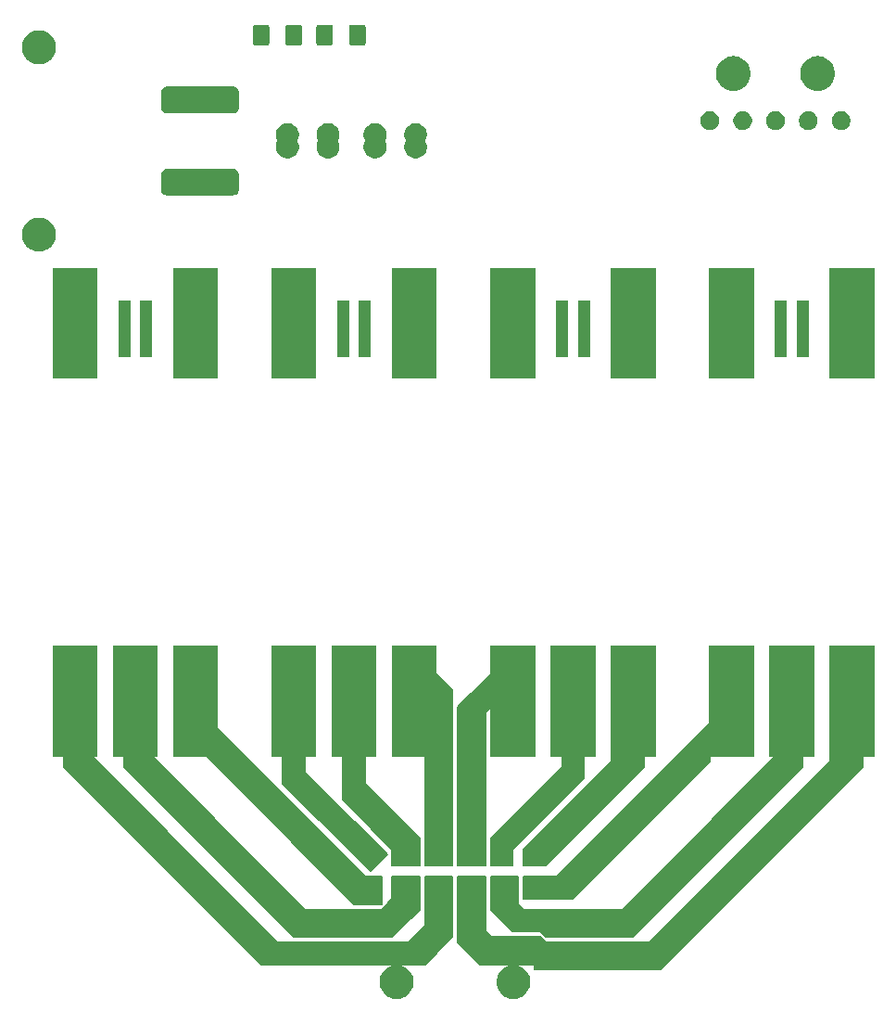
<source format=gts>
G04 #@! TF.GenerationSoftware,KiCad,Pcbnew,(5.0.2)-1*
G04 #@! TF.CreationDate,2022-03-17T12:51:48+05:30*
G04 #@! TF.ProjectId,4ESC_board,34455343-5f62-46f6-9172-642e6b696361,rev?*
G04 #@! TF.SameCoordinates,Original*
G04 #@! TF.FileFunction,Soldermask,Top*
G04 #@! TF.FilePolarity,Negative*
%FSLAX46Y46*%
G04 Gerber Fmt 4.6, Leading zero omitted, Abs format (unit mm)*
G04 Created by KiCad (PCBNEW (5.0.2)-1) date 03/17/22 12:51:48*
%MOMM*%
%LPD*%
G01*
G04 APERTURE LIST*
%ADD10C,0.150000*%
%ADD11C,0.100000*%
G04 APERTURE END LIST*
D10*
G36*
X84500000Y-102000000D02*
X101500000Y-119000000D01*
X113500000Y-119000000D01*
X115000000Y-117500000D01*
X115000000Y-113000000D01*
X117500000Y-113000000D01*
X117500000Y-118500000D01*
X115000000Y-121000000D01*
X100000000Y-121000000D01*
X82000000Y-103000000D01*
X82000000Y-102000000D01*
X84500000Y-102000000D01*
G37*
X84500000Y-102000000D02*
X101500000Y-119000000D01*
X113500000Y-119000000D01*
X115000000Y-117500000D01*
X115000000Y-113000000D01*
X117500000Y-113000000D01*
X117500000Y-118500000D01*
X115000000Y-121000000D01*
X100000000Y-121000000D01*
X82000000Y-103000000D01*
X82000000Y-102000000D01*
X84500000Y-102000000D01*
G36*
X90000000Y-102000000D02*
X104000000Y-116000000D01*
X111000000Y-116000000D01*
X112000000Y-115000000D01*
X112000000Y-113000000D01*
X114500000Y-113000000D01*
X114500000Y-116000000D01*
X112500000Y-118000000D01*
X112000000Y-118500000D01*
X103000000Y-118500000D01*
X87500000Y-103000000D01*
X87500000Y-102000000D01*
X90000000Y-102000000D01*
G37*
X90000000Y-102000000D02*
X104000000Y-116000000D01*
X111000000Y-116000000D01*
X112000000Y-115000000D01*
X112000000Y-113000000D01*
X114500000Y-113000000D01*
X114500000Y-116000000D01*
X112500000Y-118000000D01*
X112000000Y-118500000D01*
X103000000Y-118500000D01*
X87500000Y-103000000D01*
X87500000Y-102000000D01*
X90000000Y-102000000D01*
G36*
X96000000Y-99500000D02*
X109500000Y-113000000D01*
X111000000Y-113000000D01*
X111000000Y-115000000D01*
X111000000Y-115500000D01*
X108500000Y-115500000D01*
X95000000Y-102000000D01*
X96000000Y-99500000D01*
G37*
X96000000Y-99500000D02*
X109500000Y-113000000D01*
X111000000Y-113000000D01*
X111000000Y-115000000D01*
X111000000Y-115500000D01*
X108500000Y-115500000D01*
X95000000Y-102000000D01*
X96000000Y-99500000D01*
G36*
X104000000Y-102000000D02*
X104000000Y-103500000D01*
X111500000Y-111000000D01*
X110000000Y-112500000D01*
X102000000Y-104500000D01*
X102000000Y-102000000D01*
X104000000Y-102000000D01*
G37*
X104000000Y-102000000D02*
X104000000Y-103500000D01*
X111500000Y-111000000D01*
X110000000Y-112500000D01*
X102000000Y-104500000D01*
X102000000Y-102000000D01*
X104000000Y-102000000D01*
G36*
X109500000Y-101500000D02*
X109500000Y-104500000D01*
X114500000Y-109500000D01*
X114500000Y-112000000D01*
X112000000Y-112000000D01*
X112000000Y-110500000D01*
X107500000Y-106000000D01*
X107500000Y-101500000D01*
X109500000Y-101500000D01*
G37*
X109500000Y-101500000D02*
X109500000Y-104500000D01*
X114500000Y-109500000D01*
X114500000Y-112000000D01*
X112000000Y-112000000D01*
X112000000Y-110500000D01*
X107500000Y-106000000D01*
X107500000Y-101500000D01*
X109500000Y-101500000D01*
G36*
X116000000Y-94500000D02*
X117500000Y-96000000D01*
X117500000Y-112000000D01*
X115000000Y-112000000D01*
X115000000Y-102000000D01*
X115000000Y-94500000D01*
X116000000Y-94500000D01*
G37*
X116000000Y-94500000D02*
X117500000Y-96000000D01*
X117500000Y-112000000D01*
X115000000Y-112000000D01*
X115000000Y-102000000D01*
X115000000Y-94500000D01*
X116000000Y-94500000D01*
G36*
X121000000Y-97500000D02*
X120500000Y-98000000D01*
X120500000Y-112000000D01*
X118000000Y-112000000D01*
X118000000Y-97500000D01*
X121000000Y-94500000D01*
X121000000Y-97500000D01*
G37*
X121000000Y-97500000D02*
X120500000Y-98000000D01*
X120500000Y-112000000D01*
X118000000Y-112000000D01*
X118000000Y-97500000D01*
X121000000Y-94500000D01*
X121000000Y-97500000D01*
G36*
X129500000Y-102000000D02*
X129500000Y-104000000D01*
X123000000Y-110500000D01*
X123000000Y-112000000D01*
X121000000Y-112000000D01*
X121000000Y-109500000D01*
X127500000Y-103000000D01*
X127500000Y-102000000D01*
X129500000Y-102000000D01*
G37*
X129500000Y-102000000D02*
X129500000Y-104000000D01*
X123000000Y-110500000D01*
X123000000Y-112000000D01*
X121000000Y-112000000D01*
X121000000Y-109500000D01*
X127500000Y-103000000D01*
X127500000Y-102000000D01*
X129500000Y-102000000D01*
G36*
X135000000Y-102000000D02*
X135000000Y-103000000D01*
X126000000Y-112000000D01*
X124000000Y-112000000D01*
X124000000Y-110500000D01*
X132000000Y-102500000D01*
X132000000Y-102000000D01*
X135000000Y-102000000D01*
G37*
X135000000Y-102000000D02*
X135000000Y-103000000D01*
X126000000Y-112000000D01*
X124000000Y-112000000D01*
X124000000Y-110500000D01*
X132000000Y-102500000D01*
X132000000Y-102000000D01*
X135000000Y-102000000D01*
G36*
X141000000Y-102500000D02*
X128500000Y-115000000D01*
X124000000Y-115000000D01*
X124000000Y-113000000D01*
X127000000Y-113000000D01*
X141000000Y-99000000D01*
X141000000Y-102500000D01*
G37*
X141000000Y-102500000D02*
X128500000Y-115000000D01*
X124000000Y-115000000D01*
X124000000Y-113000000D01*
X127000000Y-113000000D01*
X141000000Y-99000000D01*
X141000000Y-102500000D01*
G36*
X149500000Y-101500000D02*
X149500000Y-102500000D01*
X149500000Y-103000000D01*
X134000000Y-118500000D01*
X126000000Y-118500000D01*
X125500000Y-118000000D01*
X123000000Y-118000000D01*
X121000000Y-116000000D01*
X121000000Y-113000000D01*
X123500000Y-113000000D01*
X123500000Y-115500000D01*
X124000000Y-116000000D01*
X133000000Y-116000000D01*
X147000000Y-102000000D01*
X147000000Y-101500000D01*
X149500000Y-101500000D01*
G37*
X149500000Y-101500000D02*
X149500000Y-102500000D01*
X149500000Y-103000000D01*
X134000000Y-118500000D01*
X126000000Y-118500000D01*
X125500000Y-118000000D01*
X123000000Y-118000000D01*
X121000000Y-116000000D01*
X121000000Y-113000000D01*
X123500000Y-113000000D01*
X123500000Y-115500000D01*
X124000000Y-116000000D01*
X133000000Y-116000000D01*
X147000000Y-102000000D01*
X147000000Y-101500000D01*
X149500000Y-101500000D01*
G36*
X155000000Y-101500000D02*
X155000000Y-103000000D01*
X136500000Y-121500000D01*
X125000000Y-121500000D01*
X125000000Y-121000000D01*
X120000000Y-121000000D01*
X118000000Y-119000000D01*
X118000000Y-113000000D01*
X120500000Y-113000000D01*
X120500000Y-118000000D01*
X121000000Y-118500000D01*
X125500000Y-118500000D01*
X126000000Y-119000000D01*
X135500000Y-119000000D01*
X152000000Y-102500000D01*
X152000000Y-100500000D01*
X155000000Y-100500000D01*
X155000000Y-101500000D01*
G37*
X155000000Y-101500000D02*
X155000000Y-103000000D01*
X136500000Y-121500000D01*
X125000000Y-121500000D01*
X125000000Y-121000000D01*
X120000000Y-121000000D01*
X118000000Y-119000000D01*
X118000000Y-113000000D01*
X120500000Y-113000000D01*
X120500000Y-118000000D01*
X121000000Y-118500000D01*
X125500000Y-118500000D01*
X126000000Y-119000000D01*
X135500000Y-119000000D01*
X152000000Y-102500000D01*
X152000000Y-100500000D01*
X155000000Y-100500000D01*
X155000000Y-101500000D01*
D11*
G36*
X123414527Y-121115536D02*
X123514410Y-121135404D01*
X123796674Y-121252321D01*
X124050705Y-121422059D01*
X124266741Y-121638095D01*
X124436479Y-121892126D01*
X124553396Y-122174390D01*
X124613000Y-122474040D01*
X124613000Y-122779560D01*
X124553396Y-123079210D01*
X124436479Y-123361474D01*
X124266741Y-123615505D01*
X124050705Y-123831541D01*
X123796674Y-124001279D01*
X123514410Y-124118196D01*
X123414527Y-124138064D01*
X123214762Y-124177800D01*
X122909238Y-124177800D01*
X122709473Y-124138064D01*
X122609590Y-124118196D01*
X122327326Y-124001279D01*
X122073295Y-123831541D01*
X121857259Y-123615505D01*
X121687521Y-123361474D01*
X121570604Y-123079210D01*
X121511000Y-122779560D01*
X121511000Y-122474040D01*
X121570604Y-122174390D01*
X121687521Y-121892126D01*
X121857259Y-121638095D01*
X122073295Y-121422059D01*
X122327326Y-121252321D01*
X122609590Y-121135404D01*
X122709473Y-121115536D01*
X122909238Y-121075800D01*
X123214762Y-121075800D01*
X123414527Y-121115536D01*
X123414527Y-121115536D01*
G37*
G36*
X112734527Y-121115536D02*
X112834410Y-121135404D01*
X113116674Y-121252321D01*
X113370705Y-121422059D01*
X113586741Y-121638095D01*
X113756479Y-121892126D01*
X113873396Y-122174390D01*
X113933000Y-122474040D01*
X113933000Y-122779560D01*
X113873396Y-123079210D01*
X113756479Y-123361474D01*
X113586741Y-123615505D01*
X113370705Y-123831541D01*
X113116674Y-124001279D01*
X112834410Y-124118196D01*
X112734527Y-124138064D01*
X112534762Y-124177800D01*
X112229238Y-124177800D01*
X112029473Y-124138064D01*
X111929590Y-124118196D01*
X111647326Y-124001279D01*
X111393295Y-123831541D01*
X111177259Y-123615505D01*
X111007521Y-123361474D01*
X110890604Y-123079210D01*
X110831000Y-122779560D01*
X110831000Y-122474040D01*
X110890604Y-122174390D01*
X111007521Y-121892126D01*
X111177259Y-121638095D01*
X111393295Y-121422059D01*
X111647326Y-121252321D01*
X111929590Y-121135404D01*
X112029473Y-121115536D01*
X112229238Y-121075800D01*
X112534762Y-121075800D01*
X112734527Y-121115536D01*
X112734527Y-121115536D01*
G37*
G36*
X110460016Y-113312158D02*
X110460019Y-113312159D01*
X110460018Y-113312159D01*
X110608521Y-113373670D01*
X110742170Y-113462972D01*
X110855828Y-113576630D01*
X110945130Y-113710279D01*
X110996087Y-113833303D01*
X111006642Y-113858784D01*
X111038000Y-114016430D01*
X111038000Y-114177170D01*
X111006642Y-114334816D01*
X111006641Y-114334818D01*
X110945130Y-114483321D01*
X110855828Y-114616970D01*
X110742170Y-114730628D01*
X110608521Y-114819930D01*
X110485497Y-114870887D01*
X110460016Y-114881442D01*
X110302370Y-114912800D01*
X110141630Y-114912800D01*
X109983984Y-114881442D01*
X109958503Y-114870887D01*
X109835479Y-114819930D01*
X109701830Y-114730628D01*
X109588172Y-114616970D01*
X109498870Y-114483321D01*
X109437359Y-114334818D01*
X109437358Y-114334816D01*
X109406000Y-114177170D01*
X109406000Y-114016430D01*
X109437358Y-113858784D01*
X109447913Y-113833303D01*
X109498870Y-113710279D01*
X109588172Y-113576630D01*
X109701830Y-113462972D01*
X109835479Y-113373670D01*
X109983982Y-113312159D01*
X109983981Y-113312159D01*
X109983984Y-113312158D01*
X110141630Y-113280800D01*
X110302370Y-113280800D01*
X110460016Y-113312158D01*
X110460016Y-113312158D01*
G37*
G36*
X113460016Y-113312158D02*
X113460019Y-113312159D01*
X113460018Y-113312159D01*
X113608521Y-113373670D01*
X113742170Y-113462972D01*
X113855828Y-113576630D01*
X113945130Y-113710279D01*
X113996087Y-113833303D01*
X114006642Y-113858784D01*
X114038000Y-114016430D01*
X114038000Y-114177170D01*
X114006642Y-114334816D01*
X114006641Y-114334818D01*
X113945130Y-114483321D01*
X113855828Y-114616970D01*
X113742170Y-114730628D01*
X113608521Y-114819930D01*
X113485497Y-114870887D01*
X113460016Y-114881442D01*
X113302370Y-114912800D01*
X113141630Y-114912800D01*
X112983984Y-114881442D01*
X112958503Y-114870887D01*
X112835479Y-114819930D01*
X112701830Y-114730628D01*
X112588172Y-114616970D01*
X112498870Y-114483321D01*
X112437359Y-114334818D01*
X112437358Y-114334816D01*
X112406000Y-114177170D01*
X112406000Y-114016430D01*
X112437358Y-113858784D01*
X112447913Y-113833303D01*
X112498870Y-113710279D01*
X112588172Y-113576630D01*
X112701830Y-113462972D01*
X112835479Y-113373670D01*
X112983982Y-113312159D01*
X112983981Y-113312159D01*
X112983984Y-113312158D01*
X113141630Y-113280800D01*
X113302370Y-113280800D01*
X113460016Y-113312158D01*
X113460016Y-113312158D01*
G37*
G36*
X119460016Y-113312158D02*
X119460019Y-113312159D01*
X119460018Y-113312159D01*
X119608521Y-113373670D01*
X119742170Y-113462972D01*
X119855828Y-113576630D01*
X119945130Y-113710279D01*
X119996087Y-113833303D01*
X120006642Y-113858784D01*
X120038000Y-114016430D01*
X120038000Y-114177170D01*
X120006642Y-114334816D01*
X120006641Y-114334818D01*
X119945130Y-114483321D01*
X119855828Y-114616970D01*
X119742170Y-114730628D01*
X119608521Y-114819930D01*
X119485497Y-114870887D01*
X119460016Y-114881442D01*
X119302370Y-114912800D01*
X119141630Y-114912800D01*
X118983984Y-114881442D01*
X118958503Y-114870887D01*
X118835479Y-114819930D01*
X118701830Y-114730628D01*
X118588172Y-114616970D01*
X118498870Y-114483321D01*
X118437359Y-114334818D01*
X118437358Y-114334816D01*
X118406000Y-114177170D01*
X118406000Y-114016430D01*
X118437358Y-113858784D01*
X118447913Y-113833303D01*
X118498870Y-113710279D01*
X118588172Y-113576630D01*
X118701830Y-113462972D01*
X118835479Y-113373670D01*
X118983982Y-113312159D01*
X118983981Y-113312159D01*
X118983984Y-113312158D01*
X119141630Y-113280800D01*
X119302370Y-113280800D01*
X119460016Y-113312158D01*
X119460016Y-113312158D01*
G37*
G36*
X122460016Y-113312158D02*
X122460019Y-113312159D01*
X122460018Y-113312159D01*
X122608521Y-113373670D01*
X122742170Y-113462972D01*
X122855828Y-113576630D01*
X122945130Y-113710279D01*
X122996087Y-113833303D01*
X123006642Y-113858784D01*
X123038000Y-114016430D01*
X123038000Y-114177170D01*
X123006642Y-114334816D01*
X123006641Y-114334818D01*
X122945130Y-114483321D01*
X122855828Y-114616970D01*
X122742170Y-114730628D01*
X122608521Y-114819930D01*
X122485497Y-114870887D01*
X122460016Y-114881442D01*
X122302370Y-114912800D01*
X122141630Y-114912800D01*
X121983984Y-114881442D01*
X121958503Y-114870887D01*
X121835479Y-114819930D01*
X121701830Y-114730628D01*
X121588172Y-114616970D01*
X121498870Y-114483321D01*
X121437359Y-114334818D01*
X121437358Y-114334816D01*
X121406000Y-114177170D01*
X121406000Y-114016430D01*
X121437358Y-113858784D01*
X121447913Y-113833303D01*
X121498870Y-113710279D01*
X121588172Y-113576630D01*
X121701830Y-113462972D01*
X121835479Y-113373670D01*
X121983982Y-113312159D01*
X121983981Y-113312159D01*
X121983984Y-113312158D01*
X122141630Y-113280800D01*
X122302370Y-113280800D01*
X122460016Y-113312158D01*
X122460016Y-113312158D01*
G37*
G36*
X125460016Y-113312158D02*
X125460019Y-113312159D01*
X125460018Y-113312159D01*
X125608521Y-113373670D01*
X125742170Y-113462972D01*
X125855828Y-113576630D01*
X125945130Y-113710279D01*
X125996087Y-113833303D01*
X126006642Y-113858784D01*
X126038000Y-114016430D01*
X126038000Y-114177170D01*
X126006642Y-114334816D01*
X126006641Y-114334818D01*
X125945130Y-114483321D01*
X125855828Y-114616970D01*
X125742170Y-114730628D01*
X125608521Y-114819930D01*
X125485497Y-114870887D01*
X125460016Y-114881442D01*
X125302370Y-114912800D01*
X125141630Y-114912800D01*
X124983984Y-114881442D01*
X124958503Y-114870887D01*
X124835479Y-114819930D01*
X124701830Y-114730628D01*
X124588172Y-114616970D01*
X124498870Y-114483321D01*
X124437359Y-114334818D01*
X124437358Y-114334816D01*
X124406000Y-114177170D01*
X124406000Y-114016430D01*
X124437358Y-113858784D01*
X124447913Y-113833303D01*
X124498870Y-113710279D01*
X124588172Y-113576630D01*
X124701830Y-113462972D01*
X124835479Y-113373670D01*
X124983982Y-113312159D01*
X124983981Y-113312159D01*
X124983984Y-113312158D01*
X125141630Y-113280800D01*
X125302370Y-113280800D01*
X125460016Y-113312158D01*
X125460016Y-113312158D01*
G37*
G36*
X116460016Y-113312158D02*
X116460019Y-113312159D01*
X116460018Y-113312159D01*
X116608521Y-113373670D01*
X116742170Y-113462972D01*
X116855828Y-113576630D01*
X116945130Y-113710279D01*
X116996087Y-113833303D01*
X117006642Y-113858784D01*
X117038000Y-114016430D01*
X117038000Y-114177170D01*
X117006642Y-114334816D01*
X117006641Y-114334818D01*
X116945130Y-114483321D01*
X116855828Y-114616970D01*
X116742170Y-114730628D01*
X116608521Y-114819930D01*
X116485497Y-114870887D01*
X116460016Y-114881442D01*
X116302370Y-114912800D01*
X116141630Y-114912800D01*
X115983984Y-114881442D01*
X115958503Y-114870887D01*
X115835479Y-114819930D01*
X115701830Y-114730628D01*
X115588172Y-114616970D01*
X115498870Y-114483321D01*
X115437359Y-114334818D01*
X115437358Y-114334816D01*
X115406000Y-114177170D01*
X115406000Y-114016430D01*
X115437358Y-113858784D01*
X115447913Y-113833303D01*
X115498870Y-113710279D01*
X115588172Y-113576630D01*
X115701830Y-113462972D01*
X115835479Y-113373670D01*
X115983982Y-113312159D01*
X115983981Y-113312159D01*
X115983984Y-113312158D01*
X116141630Y-113280800D01*
X116302370Y-113280800D01*
X116460016Y-113312158D01*
X116460016Y-113312158D01*
G37*
G36*
X116460016Y-110312158D02*
X116460019Y-110312159D01*
X116460018Y-110312159D01*
X116608521Y-110373670D01*
X116742170Y-110462972D01*
X116855828Y-110576630D01*
X116945130Y-110710279D01*
X116996087Y-110833303D01*
X117006642Y-110858784D01*
X117038000Y-111016430D01*
X117038000Y-111177170D01*
X117006642Y-111334816D01*
X117006641Y-111334818D01*
X116945130Y-111483321D01*
X116855828Y-111616970D01*
X116742170Y-111730628D01*
X116608521Y-111819930D01*
X116485497Y-111870887D01*
X116460016Y-111881442D01*
X116302370Y-111912800D01*
X116141630Y-111912800D01*
X115983984Y-111881442D01*
X115958503Y-111870887D01*
X115835479Y-111819930D01*
X115701830Y-111730628D01*
X115588172Y-111616970D01*
X115498870Y-111483321D01*
X115437359Y-111334818D01*
X115437358Y-111334816D01*
X115406000Y-111177170D01*
X115406000Y-111016430D01*
X115437358Y-110858784D01*
X115447913Y-110833303D01*
X115498870Y-110710279D01*
X115588172Y-110576630D01*
X115701830Y-110462972D01*
X115835479Y-110373670D01*
X115983982Y-110312159D01*
X115983981Y-110312159D01*
X115983984Y-110312158D01*
X116141630Y-110280800D01*
X116302370Y-110280800D01*
X116460016Y-110312158D01*
X116460016Y-110312158D01*
G37*
G36*
X110460016Y-110312158D02*
X110460019Y-110312159D01*
X110460018Y-110312159D01*
X110608521Y-110373670D01*
X110742170Y-110462972D01*
X110855828Y-110576630D01*
X110945130Y-110710279D01*
X110996087Y-110833303D01*
X111006642Y-110858784D01*
X111038000Y-111016430D01*
X111038000Y-111177170D01*
X111006642Y-111334816D01*
X111006641Y-111334818D01*
X110945130Y-111483321D01*
X110855828Y-111616970D01*
X110742170Y-111730628D01*
X110608521Y-111819930D01*
X110485497Y-111870887D01*
X110460016Y-111881442D01*
X110302370Y-111912800D01*
X110141630Y-111912800D01*
X109983984Y-111881442D01*
X109958503Y-111870887D01*
X109835479Y-111819930D01*
X109701830Y-111730628D01*
X109588172Y-111616970D01*
X109498870Y-111483321D01*
X109437359Y-111334818D01*
X109437358Y-111334816D01*
X109406000Y-111177170D01*
X109406000Y-111016430D01*
X109437358Y-110858784D01*
X109447913Y-110833303D01*
X109498870Y-110710279D01*
X109588172Y-110576630D01*
X109701830Y-110462972D01*
X109835479Y-110373670D01*
X109983982Y-110312159D01*
X109983981Y-110312159D01*
X109983984Y-110312158D01*
X110141630Y-110280800D01*
X110302370Y-110280800D01*
X110460016Y-110312158D01*
X110460016Y-110312158D01*
G37*
G36*
X113460016Y-110312158D02*
X113460019Y-110312159D01*
X113460018Y-110312159D01*
X113608521Y-110373670D01*
X113742170Y-110462972D01*
X113855828Y-110576630D01*
X113945130Y-110710279D01*
X113996087Y-110833303D01*
X114006642Y-110858784D01*
X114038000Y-111016430D01*
X114038000Y-111177170D01*
X114006642Y-111334816D01*
X114006641Y-111334818D01*
X113945130Y-111483321D01*
X113855828Y-111616970D01*
X113742170Y-111730628D01*
X113608521Y-111819930D01*
X113485497Y-111870887D01*
X113460016Y-111881442D01*
X113302370Y-111912800D01*
X113141630Y-111912800D01*
X112983984Y-111881442D01*
X112958503Y-111870887D01*
X112835479Y-111819930D01*
X112701830Y-111730628D01*
X112588172Y-111616970D01*
X112498870Y-111483321D01*
X112437359Y-111334818D01*
X112437358Y-111334816D01*
X112406000Y-111177170D01*
X112406000Y-111016430D01*
X112437358Y-110858784D01*
X112447913Y-110833303D01*
X112498870Y-110710279D01*
X112588172Y-110576630D01*
X112701830Y-110462972D01*
X112835479Y-110373670D01*
X112983982Y-110312159D01*
X112983981Y-110312159D01*
X112983984Y-110312158D01*
X113141630Y-110280800D01*
X113302370Y-110280800D01*
X113460016Y-110312158D01*
X113460016Y-110312158D01*
G37*
G36*
X125460016Y-110312158D02*
X125460019Y-110312159D01*
X125460018Y-110312159D01*
X125608521Y-110373670D01*
X125742170Y-110462972D01*
X125855828Y-110576630D01*
X125945130Y-110710279D01*
X125996087Y-110833303D01*
X126006642Y-110858784D01*
X126038000Y-111016430D01*
X126038000Y-111177170D01*
X126006642Y-111334816D01*
X126006641Y-111334818D01*
X125945130Y-111483321D01*
X125855828Y-111616970D01*
X125742170Y-111730628D01*
X125608521Y-111819930D01*
X125485497Y-111870887D01*
X125460016Y-111881442D01*
X125302370Y-111912800D01*
X125141630Y-111912800D01*
X124983984Y-111881442D01*
X124958503Y-111870887D01*
X124835479Y-111819930D01*
X124701830Y-111730628D01*
X124588172Y-111616970D01*
X124498870Y-111483321D01*
X124437359Y-111334818D01*
X124437358Y-111334816D01*
X124406000Y-111177170D01*
X124406000Y-111016430D01*
X124437358Y-110858784D01*
X124447913Y-110833303D01*
X124498870Y-110710279D01*
X124588172Y-110576630D01*
X124701830Y-110462972D01*
X124835479Y-110373670D01*
X124983982Y-110312159D01*
X124983981Y-110312159D01*
X124983984Y-110312158D01*
X125141630Y-110280800D01*
X125302370Y-110280800D01*
X125460016Y-110312158D01*
X125460016Y-110312158D01*
G37*
G36*
X122460016Y-110312158D02*
X122460019Y-110312159D01*
X122460018Y-110312159D01*
X122608521Y-110373670D01*
X122742170Y-110462972D01*
X122855828Y-110576630D01*
X122945130Y-110710279D01*
X122996087Y-110833303D01*
X123006642Y-110858784D01*
X123038000Y-111016430D01*
X123038000Y-111177170D01*
X123006642Y-111334816D01*
X123006641Y-111334818D01*
X122945130Y-111483321D01*
X122855828Y-111616970D01*
X122742170Y-111730628D01*
X122608521Y-111819930D01*
X122485497Y-111870887D01*
X122460016Y-111881442D01*
X122302370Y-111912800D01*
X122141630Y-111912800D01*
X121983984Y-111881442D01*
X121958503Y-111870887D01*
X121835479Y-111819930D01*
X121701830Y-111730628D01*
X121588172Y-111616970D01*
X121498870Y-111483321D01*
X121437359Y-111334818D01*
X121437358Y-111334816D01*
X121406000Y-111177170D01*
X121406000Y-111016430D01*
X121437358Y-110858784D01*
X121447913Y-110833303D01*
X121498870Y-110710279D01*
X121588172Y-110576630D01*
X121701830Y-110462972D01*
X121835479Y-110373670D01*
X121983982Y-110312159D01*
X121983981Y-110312159D01*
X121983984Y-110312158D01*
X122141630Y-110280800D01*
X122302370Y-110280800D01*
X122460016Y-110312158D01*
X122460016Y-110312158D01*
G37*
G36*
X119460016Y-110312158D02*
X119460019Y-110312159D01*
X119460018Y-110312159D01*
X119608521Y-110373670D01*
X119742170Y-110462972D01*
X119855828Y-110576630D01*
X119945130Y-110710279D01*
X119996087Y-110833303D01*
X120006642Y-110858784D01*
X120038000Y-111016430D01*
X120038000Y-111177170D01*
X120006642Y-111334816D01*
X120006641Y-111334818D01*
X119945130Y-111483321D01*
X119855828Y-111616970D01*
X119742170Y-111730628D01*
X119608521Y-111819930D01*
X119485497Y-111870887D01*
X119460016Y-111881442D01*
X119302370Y-111912800D01*
X119141630Y-111912800D01*
X118983984Y-111881442D01*
X118958503Y-111870887D01*
X118835479Y-111819930D01*
X118701830Y-111730628D01*
X118588172Y-111616970D01*
X118498870Y-111483321D01*
X118437359Y-111334818D01*
X118437358Y-111334816D01*
X118406000Y-111177170D01*
X118406000Y-111016430D01*
X118437358Y-110858784D01*
X118447913Y-110833303D01*
X118498870Y-110710279D01*
X118588172Y-110576630D01*
X118701830Y-110462972D01*
X118835479Y-110373670D01*
X118983982Y-110312159D01*
X118983981Y-110312159D01*
X118983984Y-110312158D01*
X119141630Y-110280800D01*
X119302370Y-110280800D01*
X119460016Y-110312158D01*
X119460016Y-110312158D01*
G37*
G36*
X125051000Y-102051000D02*
X120949000Y-102051000D01*
X120949000Y-91949000D01*
X125051000Y-91949000D01*
X125051000Y-102051000D01*
X125051000Y-102051000D01*
G37*
G36*
X136051000Y-102051000D02*
X131949000Y-102051000D01*
X131949000Y-91949000D01*
X136051000Y-91949000D01*
X136051000Y-102051000D01*
X136051000Y-102051000D01*
G37*
G36*
X105051000Y-102051000D02*
X100949000Y-102051000D01*
X100949000Y-91949000D01*
X105051000Y-91949000D01*
X105051000Y-102051000D01*
X105051000Y-102051000D01*
G37*
G36*
X110551000Y-102051000D02*
X106449000Y-102051000D01*
X106449000Y-91949000D01*
X110551000Y-91949000D01*
X110551000Y-102051000D01*
X110551000Y-102051000D01*
G37*
G36*
X116051000Y-102051000D02*
X111949000Y-102051000D01*
X111949000Y-91949000D01*
X116051000Y-91949000D01*
X116051000Y-102051000D01*
X116051000Y-102051000D01*
G37*
G36*
X150551000Y-102051000D02*
X146449000Y-102051000D01*
X146449000Y-91949000D01*
X150551000Y-91949000D01*
X150551000Y-102051000D01*
X150551000Y-102051000D01*
G37*
G36*
X156051000Y-102051000D02*
X151949000Y-102051000D01*
X151949000Y-91949000D01*
X156051000Y-91949000D01*
X156051000Y-102051000D01*
X156051000Y-102051000D01*
G37*
G36*
X85051000Y-102051000D02*
X80949000Y-102051000D01*
X80949000Y-91949000D01*
X85051000Y-91949000D01*
X85051000Y-102051000D01*
X85051000Y-102051000D01*
G37*
G36*
X90551000Y-102051000D02*
X86449000Y-102051000D01*
X86449000Y-91949000D01*
X90551000Y-91949000D01*
X90551000Y-102051000D01*
X90551000Y-102051000D01*
G37*
G36*
X96051000Y-102051000D02*
X91949000Y-102051000D01*
X91949000Y-91949000D01*
X96051000Y-91949000D01*
X96051000Y-102051000D01*
X96051000Y-102051000D01*
G37*
G36*
X130551000Y-102051000D02*
X126449000Y-102051000D01*
X126449000Y-91949000D01*
X130551000Y-91949000D01*
X130551000Y-102051000D01*
X130551000Y-102051000D01*
G37*
G36*
X145051000Y-102051000D02*
X140949000Y-102051000D01*
X140949000Y-91949000D01*
X145051000Y-91949000D01*
X145051000Y-102051000D01*
X145051000Y-102051000D01*
G37*
G36*
X136051000Y-67551000D02*
X131949000Y-67551000D01*
X131949000Y-57449000D01*
X136051000Y-57449000D01*
X136051000Y-67551000D01*
X136051000Y-67551000D01*
G37*
G36*
X156051000Y-67551000D02*
X151949000Y-67551000D01*
X151949000Y-57449000D01*
X156051000Y-57449000D01*
X156051000Y-67551000D01*
X156051000Y-67551000D01*
G37*
G36*
X145051000Y-67551000D02*
X140949000Y-67551000D01*
X140949000Y-57449000D01*
X145051000Y-57449000D01*
X145051000Y-67551000D01*
X145051000Y-67551000D01*
G37*
G36*
X125051000Y-67551000D02*
X120949000Y-67551000D01*
X120949000Y-57449000D01*
X125051000Y-57449000D01*
X125051000Y-67551000D01*
X125051000Y-67551000D01*
G37*
G36*
X85051000Y-67551000D02*
X80949000Y-67551000D01*
X80949000Y-57449000D01*
X85051000Y-57449000D01*
X85051000Y-67551000D01*
X85051000Y-67551000D01*
G37*
G36*
X105051000Y-67551000D02*
X100949000Y-67551000D01*
X100949000Y-57449000D01*
X105051000Y-57449000D01*
X105051000Y-67551000D01*
X105051000Y-67551000D01*
G37*
G36*
X116051000Y-67551000D02*
X111949000Y-67551000D01*
X111949000Y-57449000D01*
X116051000Y-57449000D01*
X116051000Y-67551000D01*
X116051000Y-67551000D01*
G37*
G36*
X96051000Y-67551000D02*
X91949000Y-67551000D01*
X91949000Y-57449000D01*
X96051000Y-57449000D01*
X96051000Y-67551000D01*
X96051000Y-67551000D01*
G37*
G36*
X148051000Y-65551000D02*
X146949000Y-65551000D01*
X146949000Y-60449000D01*
X148051000Y-60449000D01*
X148051000Y-65551000D01*
X148051000Y-65551000D01*
G37*
G36*
X128051000Y-65551000D02*
X126949000Y-65551000D01*
X126949000Y-60449000D01*
X128051000Y-60449000D01*
X128051000Y-65551000D01*
X128051000Y-65551000D01*
G37*
G36*
X150051000Y-65551000D02*
X148949000Y-65551000D01*
X148949000Y-60449000D01*
X150051000Y-60449000D01*
X150051000Y-65551000D01*
X150051000Y-65551000D01*
G37*
G36*
X130051000Y-65551000D02*
X128949000Y-65551000D01*
X128949000Y-60449000D01*
X130051000Y-60449000D01*
X130051000Y-65551000D01*
X130051000Y-65551000D01*
G37*
G36*
X108051000Y-65551000D02*
X106949000Y-65551000D01*
X106949000Y-60449000D01*
X108051000Y-60449000D01*
X108051000Y-65551000D01*
X108051000Y-65551000D01*
G37*
G36*
X110051000Y-65551000D02*
X108949000Y-65551000D01*
X108949000Y-60449000D01*
X110051000Y-60449000D01*
X110051000Y-65551000D01*
X110051000Y-65551000D01*
G37*
G36*
X88051000Y-65551000D02*
X86949000Y-65551000D01*
X86949000Y-60449000D01*
X88051000Y-60449000D01*
X88051000Y-65551000D01*
X88051000Y-65551000D01*
G37*
G36*
X90051000Y-65551000D02*
X88949000Y-65551000D01*
X88949000Y-60449000D01*
X90051000Y-60449000D01*
X90051000Y-65551000D01*
X90051000Y-65551000D01*
G37*
G36*
X80049327Y-52880736D02*
X80149210Y-52900604D01*
X80431474Y-53017521D01*
X80685505Y-53187259D01*
X80901541Y-53403295D01*
X81071279Y-53657326D01*
X81188196Y-53939590D01*
X81247800Y-54239240D01*
X81247800Y-54544760D01*
X81188196Y-54844410D01*
X81071279Y-55126674D01*
X80901541Y-55380705D01*
X80685505Y-55596741D01*
X80431474Y-55766479D01*
X80149210Y-55883396D01*
X80049327Y-55903264D01*
X79849562Y-55943000D01*
X79544038Y-55943000D01*
X79344273Y-55903264D01*
X79244390Y-55883396D01*
X78962126Y-55766479D01*
X78708095Y-55596741D01*
X78492059Y-55380705D01*
X78322321Y-55126674D01*
X78205404Y-54844410D01*
X78145800Y-54544760D01*
X78145800Y-54239240D01*
X78205404Y-53939590D01*
X78322321Y-53657326D01*
X78492059Y-53403295D01*
X78708095Y-53187259D01*
X78962126Y-53017521D01*
X79244390Y-52900604D01*
X79344273Y-52880736D01*
X79544038Y-52841000D01*
X79849562Y-52841000D01*
X80049327Y-52880736D01*
X80049327Y-52880736D01*
G37*
G36*
X97519578Y-48372171D02*
X97622737Y-48403463D01*
X97717807Y-48454280D01*
X97801135Y-48522665D01*
X97869520Y-48605993D01*
X97920337Y-48701063D01*
X97951629Y-48804222D01*
X97962800Y-48917641D01*
X97962800Y-50256359D01*
X97951629Y-50369778D01*
X97920337Y-50472937D01*
X97869520Y-50568007D01*
X97801135Y-50651335D01*
X97717807Y-50719720D01*
X97622737Y-50770537D01*
X97519578Y-50801829D01*
X97406159Y-50813000D01*
X91417441Y-50813000D01*
X91304022Y-50801829D01*
X91200863Y-50770537D01*
X91105793Y-50719720D01*
X91022465Y-50651335D01*
X90954080Y-50568007D01*
X90903263Y-50472937D01*
X90871971Y-50369778D01*
X90860800Y-50256359D01*
X90860800Y-48917641D01*
X90871971Y-48804222D01*
X90903263Y-48701063D01*
X90954080Y-48605993D01*
X91022465Y-48522665D01*
X91105793Y-48454280D01*
X91200863Y-48403463D01*
X91304022Y-48372171D01*
X91417441Y-48361000D01*
X97406159Y-48361000D01*
X97519578Y-48372171D01*
X97519578Y-48372171D01*
G37*
G36*
X106426563Y-44260589D02*
X106617832Y-44339815D01*
X106789974Y-44454837D01*
X106936361Y-44601224D01*
X107051383Y-44773366D01*
X107130609Y-44964635D01*
X107170998Y-45167684D01*
X107170998Y-45374716D01*
X107130609Y-45577765D01*
X107047483Y-45778450D01*
X107045505Y-45782149D01*
X107038388Y-45805597D01*
X107035983Y-45829983D01*
X107038382Y-45854370D01*
X107045492Y-45877820D01*
X107047473Y-45881526D01*
X107130609Y-46082235D01*
X107170998Y-46285284D01*
X107170998Y-46492316D01*
X107130609Y-46695365D01*
X107051383Y-46886634D01*
X106936361Y-47058776D01*
X106789974Y-47205163D01*
X106617832Y-47320185D01*
X106426563Y-47399411D01*
X106223514Y-47439800D01*
X106016482Y-47439800D01*
X105813433Y-47399411D01*
X105622164Y-47320185D01*
X105450022Y-47205163D01*
X105303635Y-47058776D01*
X105188613Y-46886634D01*
X105109387Y-46695365D01*
X105068998Y-46492316D01*
X105068998Y-46285284D01*
X105109387Y-46082235D01*
X105192513Y-45881550D01*
X105194491Y-45877851D01*
X105201608Y-45854403D01*
X105204013Y-45830017D01*
X105201614Y-45805630D01*
X105194504Y-45782180D01*
X105192523Y-45778474D01*
X105109387Y-45577765D01*
X105068998Y-45374716D01*
X105068998Y-45167684D01*
X105109387Y-44964635D01*
X105188613Y-44773366D01*
X105303635Y-44601224D01*
X105450022Y-44454837D01*
X105622164Y-44339815D01*
X105813433Y-44260589D01*
X106016482Y-44220200D01*
X106223514Y-44220200D01*
X106426563Y-44260589D01*
X106426563Y-44260589D01*
G37*
G36*
X114426562Y-44260589D02*
X114617831Y-44339815D01*
X114789973Y-44454837D01*
X114936360Y-44601224D01*
X115051382Y-44773366D01*
X115130608Y-44964635D01*
X115170997Y-45167684D01*
X115170997Y-45374716D01*
X115130608Y-45577765D01*
X115047482Y-45778450D01*
X115045504Y-45782149D01*
X115038387Y-45805597D01*
X115035982Y-45829983D01*
X115038381Y-45854370D01*
X115045491Y-45877820D01*
X115047472Y-45881526D01*
X115130608Y-46082235D01*
X115170997Y-46285284D01*
X115170997Y-46492316D01*
X115130608Y-46695365D01*
X115051382Y-46886634D01*
X114936360Y-47058776D01*
X114789973Y-47205163D01*
X114617831Y-47320185D01*
X114426562Y-47399411D01*
X114223513Y-47439800D01*
X114016481Y-47439800D01*
X113813432Y-47399411D01*
X113622163Y-47320185D01*
X113450021Y-47205163D01*
X113303634Y-47058776D01*
X113188612Y-46886634D01*
X113109386Y-46695365D01*
X113068997Y-46492316D01*
X113068997Y-46285284D01*
X113109386Y-46082235D01*
X113192512Y-45881550D01*
X113194490Y-45877851D01*
X113201607Y-45854403D01*
X113204012Y-45830017D01*
X113201613Y-45805630D01*
X113194503Y-45782180D01*
X113192522Y-45778474D01*
X113109386Y-45577765D01*
X113068997Y-45374716D01*
X113068997Y-45167684D01*
X113109386Y-44964635D01*
X113188612Y-44773366D01*
X113303634Y-44601224D01*
X113450021Y-44454837D01*
X113622163Y-44339815D01*
X113813432Y-44260589D01*
X114016481Y-44220200D01*
X114223513Y-44220200D01*
X114426562Y-44260589D01*
X114426562Y-44260589D01*
G37*
G36*
X102726565Y-44260589D02*
X102917834Y-44339815D01*
X103089976Y-44454837D01*
X103236363Y-44601224D01*
X103351385Y-44773366D01*
X103430611Y-44964635D01*
X103471000Y-45167684D01*
X103471000Y-45374716D01*
X103430611Y-45577765D01*
X103347485Y-45778450D01*
X103345507Y-45782149D01*
X103338390Y-45805597D01*
X103335985Y-45829983D01*
X103338384Y-45854370D01*
X103345494Y-45877820D01*
X103347475Y-45881526D01*
X103430611Y-46082235D01*
X103471000Y-46285284D01*
X103471000Y-46492316D01*
X103430611Y-46695365D01*
X103351385Y-46886634D01*
X103236363Y-47058776D01*
X103089976Y-47205163D01*
X102917834Y-47320185D01*
X102726565Y-47399411D01*
X102523516Y-47439800D01*
X102316484Y-47439800D01*
X102113435Y-47399411D01*
X101922166Y-47320185D01*
X101750024Y-47205163D01*
X101603637Y-47058776D01*
X101488615Y-46886634D01*
X101409389Y-46695365D01*
X101369000Y-46492316D01*
X101369000Y-46285284D01*
X101409389Y-46082235D01*
X101492515Y-45881550D01*
X101494493Y-45877851D01*
X101501610Y-45854403D01*
X101504015Y-45830017D01*
X101501616Y-45805630D01*
X101494506Y-45782180D01*
X101492525Y-45778474D01*
X101409389Y-45577765D01*
X101369000Y-45374716D01*
X101369000Y-45167684D01*
X101409389Y-44964635D01*
X101488615Y-44773366D01*
X101603637Y-44601224D01*
X101750024Y-44454837D01*
X101922166Y-44339815D01*
X102113435Y-44260589D01*
X102316484Y-44220200D01*
X102523516Y-44220200D01*
X102726565Y-44260589D01*
X102726565Y-44260589D01*
G37*
G36*
X110726565Y-44260589D02*
X110917834Y-44339815D01*
X111089976Y-44454837D01*
X111236363Y-44601224D01*
X111351385Y-44773366D01*
X111430611Y-44964635D01*
X111471000Y-45167684D01*
X111471000Y-45374716D01*
X111430611Y-45577765D01*
X111347485Y-45778450D01*
X111345507Y-45782149D01*
X111338390Y-45805597D01*
X111335985Y-45829983D01*
X111338384Y-45854370D01*
X111345494Y-45877820D01*
X111347475Y-45881526D01*
X111430611Y-46082235D01*
X111471000Y-46285284D01*
X111471000Y-46492316D01*
X111430611Y-46695365D01*
X111351385Y-46886634D01*
X111236363Y-47058776D01*
X111089976Y-47205163D01*
X110917834Y-47320185D01*
X110726565Y-47399411D01*
X110523516Y-47439800D01*
X110316484Y-47439800D01*
X110113435Y-47399411D01*
X109922166Y-47320185D01*
X109750024Y-47205163D01*
X109603637Y-47058776D01*
X109488615Y-46886634D01*
X109409389Y-46695365D01*
X109369000Y-46492316D01*
X109369000Y-46285284D01*
X109409389Y-46082235D01*
X109492515Y-45881550D01*
X109494493Y-45877851D01*
X109501610Y-45854403D01*
X109504015Y-45830017D01*
X109501616Y-45805630D01*
X109494506Y-45782180D01*
X109492525Y-45778474D01*
X109409389Y-45577765D01*
X109369000Y-45374716D01*
X109369000Y-45167684D01*
X109409389Y-44964635D01*
X109488615Y-44773366D01*
X109603637Y-44601224D01*
X109750024Y-44454837D01*
X109922166Y-44339815D01*
X110113435Y-44260589D01*
X110316484Y-44220200D01*
X110523516Y-44220200D01*
X110726565Y-44260589D01*
X110726565Y-44260589D01*
G37*
G36*
X144248957Y-43179299D02*
X144404284Y-43243637D01*
X144544078Y-43337045D01*
X144662955Y-43455922D01*
X144756363Y-43595716D01*
X144820701Y-43751043D01*
X144853500Y-43915936D01*
X144853500Y-44084064D01*
X144820701Y-44248957D01*
X144756363Y-44404284D01*
X144662955Y-44544078D01*
X144544078Y-44662955D01*
X144404284Y-44756363D01*
X144248957Y-44820701D01*
X144084064Y-44853500D01*
X143915936Y-44853500D01*
X143751043Y-44820701D01*
X143595716Y-44756363D01*
X143455922Y-44662955D01*
X143337045Y-44544078D01*
X143243637Y-44404284D01*
X143179299Y-44248957D01*
X143146500Y-44084064D01*
X143146500Y-43915936D01*
X143179299Y-43751043D01*
X143243637Y-43595716D01*
X143337045Y-43455922D01*
X143455922Y-43337045D01*
X143595716Y-43243637D01*
X143751043Y-43179299D01*
X143915936Y-43146500D01*
X144084064Y-43146500D01*
X144248957Y-43179299D01*
X144248957Y-43179299D01*
G37*
G36*
X141248957Y-43179299D02*
X141404284Y-43243637D01*
X141544078Y-43337045D01*
X141662955Y-43455922D01*
X141756363Y-43595716D01*
X141820701Y-43751043D01*
X141853500Y-43915936D01*
X141853500Y-44084064D01*
X141820701Y-44248957D01*
X141756363Y-44404284D01*
X141662955Y-44544078D01*
X141544078Y-44662955D01*
X141404284Y-44756363D01*
X141248957Y-44820701D01*
X141084064Y-44853500D01*
X140915936Y-44853500D01*
X140751043Y-44820701D01*
X140595716Y-44756363D01*
X140455922Y-44662955D01*
X140337045Y-44544078D01*
X140243637Y-44404284D01*
X140179299Y-44248957D01*
X140146500Y-44084064D01*
X140146500Y-43915936D01*
X140179299Y-43751043D01*
X140243637Y-43595716D01*
X140337045Y-43455922D01*
X140455922Y-43337045D01*
X140595716Y-43243637D01*
X140751043Y-43179299D01*
X140915936Y-43146500D01*
X141084064Y-43146500D01*
X141248957Y-43179299D01*
X141248957Y-43179299D01*
G37*
G36*
X150248957Y-43179299D02*
X150404284Y-43243637D01*
X150544078Y-43337045D01*
X150662955Y-43455922D01*
X150756363Y-43595716D01*
X150820701Y-43751043D01*
X150853500Y-43915936D01*
X150853500Y-44084064D01*
X150820701Y-44248957D01*
X150756363Y-44404284D01*
X150662955Y-44544078D01*
X150544078Y-44662955D01*
X150404284Y-44756363D01*
X150248957Y-44820701D01*
X150084064Y-44853500D01*
X149915936Y-44853500D01*
X149751043Y-44820701D01*
X149595716Y-44756363D01*
X149455922Y-44662955D01*
X149337045Y-44544078D01*
X149243637Y-44404284D01*
X149179299Y-44248957D01*
X149146500Y-44084064D01*
X149146500Y-43915936D01*
X149179299Y-43751043D01*
X149243637Y-43595716D01*
X149337045Y-43455922D01*
X149455922Y-43337045D01*
X149595716Y-43243637D01*
X149751043Y-43179299D01*
X149915936Y-43146500D01*
X150084064Y-43146500D01*
X150248957Y-43179299D01*
X150248957Y-43179299D01*
G37*
G36*
X153248957Y-43179299D02*
X153404284Y-43243637D01*
X153544078Y-43337045D01*
X153662955Y-43455922D01*
X153756363Y-43595716D01*
X153820701Y-43751043D01*
X153853500Y-43915936D01*
X153853500Y-44084064D01*
X153820701Y-44248957D01*
X153756363Y-44404284D01*
X153662955Y-44544078D01*
X153544078Y-44662955D01*
X153404284Y-44756363D01*
X153248957Y-44820701D01*
X153084064Y-44853500D01*
X152915936Y-44853500D01*
X152751043Y-44820701D01*
X152595716Y-44756363D01*
X152455922Y-44662955D01*
X152337045Y-44544078D01*
X152243637Y-44404284D01*
X152179299Y-44248957D01*
X152146500Y-44084064D01*
X152146500Y-43915936D01*
X152179299Y-43751043D01*
X152243637Y-43595716D01*
X152337045Y-43455922D01*
X152455922Y-43337045D01*
X152595716Y-43243637D01*
X152751043Y-43179299D01*
X152915936Y-43146500D01*
X153084064Y-43146500D01*
X153248957Y-43179299D01*
X153248957Y-43179299D01*
G37*
G36*
X147248957Y-43179299D02*
X147404284Y-43243637D01*
X147544078Y-43337045D01*
X147662955Y-43455922D01*
X147756363Y-43595716D01*
X147820701Y-43751043D01*
X147853500Y-43915936D01*
X147853500Y-44084064D01*
X147820701Y-44248957D01*
X147756363Y-44404284D01*
X147662955Y-44544078D01*
X147544078Y-44662955D01*
X147404284Y-44756363D01*
X147248957Y-44820701D01*
X147084064Y-44853500D01*
X146915936Y-44853500D01*
X146751043Y-44820701D01*
X146595716Y-44756363D01*
X146455922Y-44662955D01*
X146337045Y-44544078D01*
X146243637Y-44404284D01*
X146179299Y-44248957D01*
X146146500Y-44084064D01*
X146146500Y-43915936D01*
X146179299Y-43751043D01*
X146243637Y-43595716D01*
X146337045Y-43455922D01*
X146455922Y-43337045D01*
X146595716Y-43243637D01*
X146751043Y-43179299D01*
X146915936Y-43146500D01*
X147084064Y-43146500D01*
X147248957Y-43179299D01*
X147248957Y-43179299D01*
G37*
G36*
X97519578Y-40892171D02*
X97622737Y-40923463D01*
X97717807Y-40974280D01*
X97801135Y-41042665D01*
X97869520Y-41125993D01*
X97920337Y-41221063D01*
X97951629Y-41324222D01*
X97962800Y-41437641D01*
X97962800Y-42776359D01*
X97951629Y-42889778D01*
X97920337Y-42992937D01*
X97869520Y-43088007D01*
X97801135Y-43171335D01*
X97717807Y-43239720D01*
X97622737Y-43290537D01*
X97519578Y-43321829D01*
X97406159Y-43333000D01*
X91417441Y-43333000D01*
X91304022Y-43321829D01*
X91200863Y-43290537D01*
X91105793Y-43239720D01*
X91022465Y-43171335D01*
X90954080Y-43088007D01*
X90903263Y-42992937D01*
X90871971Y-42889778D01*
X90860800Y-42776359D01*
X90860800Y-41437641D01*
X90871971Y-41324222D01*
X90903263Y-41221063D01*
X90954080Y-41125993D01*
X91022465Y-41042665D01*
X91105793Y-40974280D01*
X91200863Y-40923463D01*
X91304022Y-40892171D01*
X91417441Y-40881000D01*
X97406159Y-40881000D01*
X97519578Y-40892171D01*
X97519578Y-40892171D01*
G37*
G36*
X151055739Y-38114048D02*
X151309702Y-38164564D01*
X151596516Y-38283367D01*
X151854642Y-38455841D01*
X152074159Y-38675358D01*
X152246633Y-38933484D01*
X152365436Y-39220298D01*
X152426000Y-39524778D01*
X152426000Y-39835222D01*
X152365436Y-40139702D01*
X152246633Y-40426516D01*
X152074159Y-40684642D01*
X151854642Y-40904159D01*
X151596516Y-41076633D01*
X151309702Y-41195436D01*
X151055739Y-41245952D01*
X151005223Y-41256000D01*
X150694777Y-41256000D01*
X150644261Y-41245952D01*
X150390298Y-41195436D01*
X150103484Y-41076633D01*
X149845358Y-40904159D01*
X149625841Y-40684642D01*
X149453367Y-40426516D01*
X149334564Y-40139702D01*
X149274000Y-39835222D01*
X149274000Y-39524778D01*
X149334564Y-39220298D01*
X149453367Y-38933484D01*
X149625841Y-38675358D01*
X149845358Y-38455841D01*
X150103484Y-38283367D01*
X150390298Y-38164564D01*
X150644261Y-38114048D01*
X150694777Y-38104000D01*
X151005223Y-38104000D01*
X151055739Y-38114048D01*
X151055739Y-38114048D01*
G37*
G36*
X143355739Y-38114048D02*
X143609702Y-38164564D01*
X143896516Y-38283367D01*
X144154642Y-38455841D01*
X144374159Y-38675358D01*
X144546633Y-38933484D01*
X144665436Y-39220298D01*
X144726000Y-39524778D01*
X144726000Y-39835222D01*
X144665436Y-40139702D01*
X144546633Y-40426516D01*
X144374159Y-40684642D01*
X144154642Y-40904159D01*
X143896516Y-41076633D01*
X143609702Y-41195436D01*
X143355739Y-41245952D01*
X143305223Y-41256000D01*
X142994777Y-41256000D01*
X142944261Y-41245952D01*
X142690298Y-41195436D01*
X142403484Y-41076633D01*
X142145358Y-40904159D01*
X141925841Y-40684642D01*
X141753367Y-40426516D01*
X141634564Y-40139702D01*
X141574000Y-39835222D01*
X141574000Y-39524778D01*
X141634564Y-39220298D01*
X141753367Y-38933484D01*
X141925841Y-38675358D01*
X142145358Y-38455841D01*
X142403484Y-38283367D01*
X142690298Y-38164564D01*
X142944261Y-38114048D01*
X142994777Y-38104000D01*
X143305223Y-38104000D01*
X143355739Y-38114048D01*
X143355739Y-38114048D01*
G37*
G36*
X80049327Y-35790736D02*
X80149210Y-35810604D01*
X80431474Y-35927521D01*
X80685505Y-36097259D01*
X80901541Y-36313295D01*
X81071279Y-36567326D01*
X81188196Y-36849590D01*
X81200830Y-36913105D01*
X81238368Y-37101819D01*
X81247800Y-37149240D01*
X81247800Y-37454760D01*
X81188196Y-37754410D01*
X81071279Y-38036674D01*
X80901541Y-38290705D01*
X80685505Y-38506741D01*
X80431474Y-38676479D01*
X80149210Y-38793396D01*
X80049327Y-38813264D01*
X79849562Y-38853000D01*
X79544038Y-38853000D01*
X79344273Y-38813264D01*
X79244390Y-38793396D01*
X78962126Y-38676479D01*
X78708095Y-38506741D01*
X78492059Y-38290705D01*
X78322321Y-38036674D01*
X78205404Y-37754410D01*
X78145800Y-37454760D01*
X78145800Y-37149240D01*
X78155233Y-37101819D01*
X78192770Y-36913105D01*
X78205404Y-36849590D01*
X78322321Y-36567326D01*
X78492059Y-36313295D01*
X78708095Y-36097259D01*
X78962126Y-35927521D01*
X79244390Y-35810604D01*
X79344273Y-35790736D01*
X79544038Y-35751000D01*
X79849562Y-35751000D01*
X80049327Y-35790736D01*
X80049327Y-35790736D01*
G37*
G36*
X103573062Y-35268181D02*
X103607977Y-35278773D01*
X103640165Y-35295978D01*
X103668373Y-35319127D01*
X103691522Y-35347335D01*
X103708727Y-35379523D01*
X103719319Y-35414438D01*
X103723500Y-35456895D01*
X103723500Y-36923105D01*
X103719319Y-36965562D01*
X103708727Y-37000477D01*
X103691522Y-37032665D01*
X103668373Y-37060873D01*
X103640165Y-37084022D01*
X103607977Y-37101227D01*
X103573062Y-37111819D01*
X103530605Y-37116000D01*
X102389395Y-37116000D01*
X102346938Y-37111819D01*
X102312023Y-37101227D01*
X102279835Y-37084022D01*
X102251627Y-37060873D01*
X102228478Y-37032665D01*
X102211273Y-37000477D01*
X102200681Y-36965562D01*
X102196500Y-36923105D01*
X102196500Y-35456895D01*
X102200681Y-35414438D01*
X102211273Y-35379523D01*
X102228478Y-35347335D01*
X102251627Y-35319127D01*
X102279835Y-35295978D01*
X102312023Y-35278773D01*
X102346938Y-35268181D01*
X102389395Y-35264000D01*
X103530605Y-35264000D01*
X103573062Y-35268181D01*
X103573062Y-35268181D01*
G37*
G36*
X100598062Y-35268181D02*
X100632977Y-35278773D01*
X100665165Y-35295978D01*
X100693373Y-35319127D01*
X100716522Y-35347335D01*
X100733727Y-35379523D01*
X100744319Y-35414438D01*
X100748500Y-35456895D01*
X100748500Y-36923105D01*
X100744319Y-36965562D01*
X100733727Y-37000477D01*
X100716522Y-37032665D01*
X100693373Y-37060873D01*
X100665165Y-37084022D01*
X100632977Y-37101227D01*
X100598062Y-37111819D01*
X100555605Y-37116000D01*
X99414395Y-37116000D01*
X99371938Y-37111819D01*
X99337023Y-37101227D01*
X99304835Y-37084022D01*
X99276627Y-37060873D01*
X99253478Y-37032665D01*
X99236273Y-37000477D01*
X99225681Y-36965562D01*
X99221500Y-36923105D01*
X99221500Y-35456895D01*
X99225681Y-35414438D01*
X99236273Y-35379523D01*
X99253478Y-35347335D01*
X99276627Y-35319127D01*
X99304835Y-35295978D01*
X99337023Y-35278773D01*
X99371938Y-35268181D01*
X99414395Y-35264000D01*
X100555605Y-35264000D01*
X100598062Y-35268181D01*
X100598062Y-35268181D01*
G37*
G36*
X106428062Y-35258181D02*
X106462977Y-35268773D01*
X106495165Y-35285978D01*
X106523373Y-35309127D01*
X106546522Y-35337335D01*
X106563727Y-35369523D01*
X106574319Y-35404438D01*
X106578500Y-35446895D01*
X106578500Y-36913105D01*
X106574319Y-36955562D01*
X106563727Y-36990477D01*
X106546522Y-37022665D01*
X106523373Y-37050873D01*
X106495165Y-37074022D01*
X106462977Y-37091227D01*
X106428062Y-37101819D01*
X106385605Y-37106000D01*
X105244395Y-37106000D01*
X105201938Y-37101819D01*
X105167023Y-37091227D01*
X105134835Y-37074022D01*
X105106627Y-37050873D01*
X105083478Y-37022665D01*
X105066273Y-36990477D01*
X105055681Y-36955562D01*
X105051500Y-36913105D01*
X105051500Y-35446895D01*
X105055681Y-35404438D01*
X105066273Y-35369523D01*
X105083478Y-35337335D01*
X105106627Y-35309127D01*
X105134835Y-35285978D01*
X105167023Y-35268773D01*
X105201938Y-35258181D01*
X105244395Y-35254000D01*
X106385605Y-35254000D01*
X106428062Y-35258181D01*
X106428062Y-35258181D01*
G37*
G36*
X109403062Y-35258181D02*
X109437977Y-35268773D01*
X109470165Y-35285978D01*
X109498373Y-35309127D01*
X109521522Y-35337335D01*
X109538727Y-35369523D01*
X109549319Y-35404438D01*
X109553500Y-35446895D01*
X109553500Y-36913105D01*
X109549319Y-36955562D01*
X109538727Y-36990477D01*
X109521522Y-37022665D01*
X109498373Y-37050873D01*
X109470165Y-37074022D01*
X109437977Y-37091227D01*
X109403062Y-37101819D01*
X109360605Y-37106000D01*
X108219395Y-37106000D01*
X108176938Y-37101819D01*
X108142023Y-37091227D01*
X108109835Y-37074022D01*
X108081627Y-37050873D01*
X108058478Y-37022665D01*
X108041273Y-36990477D01*
X108030681Y-36955562D01*
X108026500Y-36913105D01*
X108026500Y-35446895D01*
X108030681Y-35404438D01*
X108041273Y-35369523D01*
X108058478Y-35337335D01*
X108081627Y-35309127D01*
X108109835Y-35285978D01*
X108142023Y-35268773D01*
X108176938Y-35258181D01*
X108219395Y-35254000D01*
X109360605Y-35254000D01*
X109403062Y-35258181D01*
X109403062Y-35258181D01*
G37*
M02*

</source>
